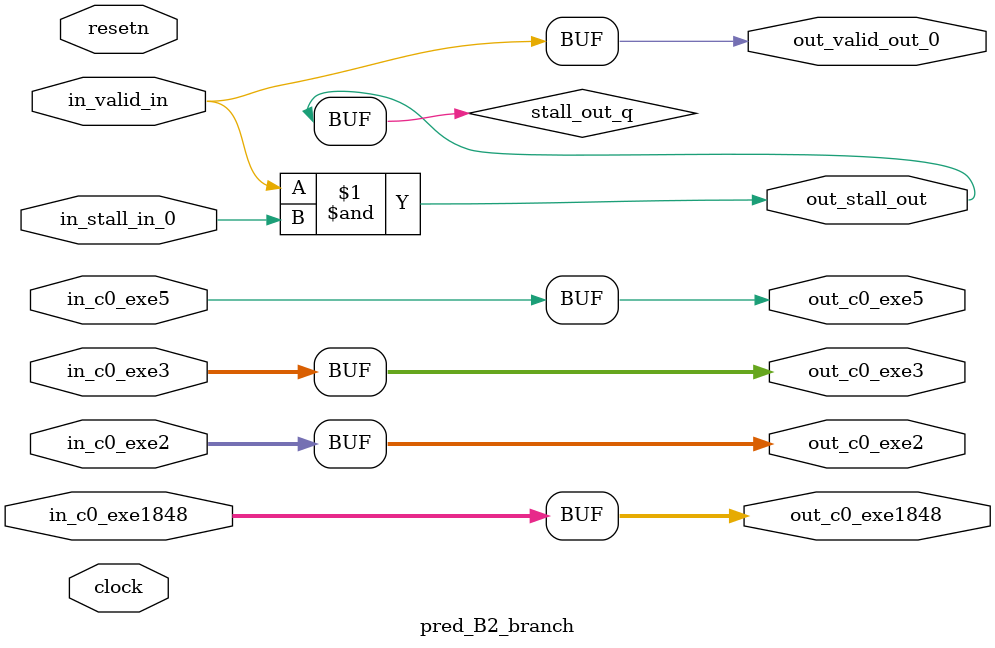
<source format=sv>



(* altera_attribute = "-name AUTO_SHIFT_REGISTER_RECOGNITION OFF; -name MESSAGE_DISABLE 10036; -name MESSAGE_DISABLE 10037; -name MESSAGE_DISABLE 14130; -name MESSAGE_DISABLE 14320; -name MESSAGE_DISABLE 15400; -name MESSAGE_DISABLE 14130; -name MESSAGE_DISABLE 10036; -name MESSAGE_DISABLE 12020; -name MESSAGE_DISABLE 12030; -name MESSAGE_DISABLE 12010; -name MESSAGE_DISABLE 12110; -name MESSAGE_DISABLE 14320; -name MESSAGE_DISABLE 13410; -name MESSAGE_DISABLE 113007; -name MESSAGE_DISABLE 10958" *)
module pred_B2_branch (
    input wire [31:0] in_c0_exe1848,
    input wire [31:0] in_c0_exe2,
    input wire [31:0] in_c0_exe3,
    input wire [0:0] in_c0_exe5,
    input wire [0:0] in_stall_in_0,
    input wire [0:0] in_valid_in,
    output wire [31:0] out_c0_exe1848,
    output wire [31:0] out_c0_exe2,
    output wire [31:0] out_c0_exe3,
    output wire [0:0] out_c0_exe5,
    output wire [0:0] out_stall_out,
    output wire [0:0] out_valid_out_0,
    input wire clock,
    input wire resetn
    );

    wire [0:0] stall_out_q;


    // out_c0_exe1848(GPOUT,8)
    assign out_c0_exe1848 = in_c0_exe1848;

    // out_c0_exe2(GPOUT,9)
    assign out_c0_exe2 = in_c0_exe2;

    // out_c0_exe3(GPOUT,10)
    assign out_c0_exe3 = in_c0_exe3;

    // out_c0_exe5(GPOUT,11)
    assign out_c0_exe5 = in_c0_exe5;

    // stall_out(LOGICAL,14)
    assign stall_out_q = in_valid_in & in_stall_in_0;

    // out_stall_out(GPOUT,12)
    assign out_stall_out = stall_out_q;

    // out_valid_out_0(GPOUT,13)
    assign out_valid_out_0 = in_valid_in;

endmodule

</source>
